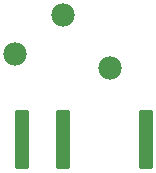
<source format=gts>
G04 #@! TF.FileFunction,Soldermask,Top*
%FSLAX46Y46*%
G04 Gerber Fmt 4.6, Leading zero omitted, Abs format (unit mm)*
G04 Created by KiCad (PCBNEW 4.0.7-e2-6376~58~ubuntu16.04.1) date Sat Apr 28 09:03:37 2018*
%MOMM*%
%LPD*%
G01*
G04 APERTURE LIST*
%ADD10C,0.100000*%
%ADD11C,1.981200*%
%ADD12C,0.254000*%
G04 APERTURE END LIST*
D10*
D11*
X139700000Y-114300000D03*
X135700000Y-117550000D03*
X143700000Y-118800000D03*
D12*
G36*
X136673000Y-127173000D02*
X135727000Y-127173000D01*
X135727000Y-122427000D01*
X136673000Y-122427000D01*
X136673000Y-127173000D01*
X136673000Y-127173000D01*
G37*
X136673000Y-127173000D02*
X135727000Y-127173000D01*
X135727000Y-122427000D01*
X136673000Y-122427000D01*
X136673000Y-127173000D01*
G36*
X140173000Y-127173000D02*
X139227000Y-127173000D01*
X139227000Y-122427000D01*
X140173000Y-122427000D01*
X140173000Y-127173000D01*
X140173000Y-127173000D01*
G37*
X140173000Y-127173000D02*
X139227000Y-127173000D01*
X139227000Y-122427000D01*
X140173000Y-122427000D01*
X140173000Y-127173000D01*
G36*
X147173000Y-127173000D02*
X146227000Y-127173000D01*
X146227000Y-122427000D01*
X147173000Y-122427000D01*
X147173000Y-127173000D01*
X147173000Y-127173000D01*
G37*
X147173000Y-127173000D02*
X146227000Y-127173000D01*
X146227000Y-122427000D01*
X147173000Y-122427000D01*
X147173000Y-127173000D01*
M02*

</source>
